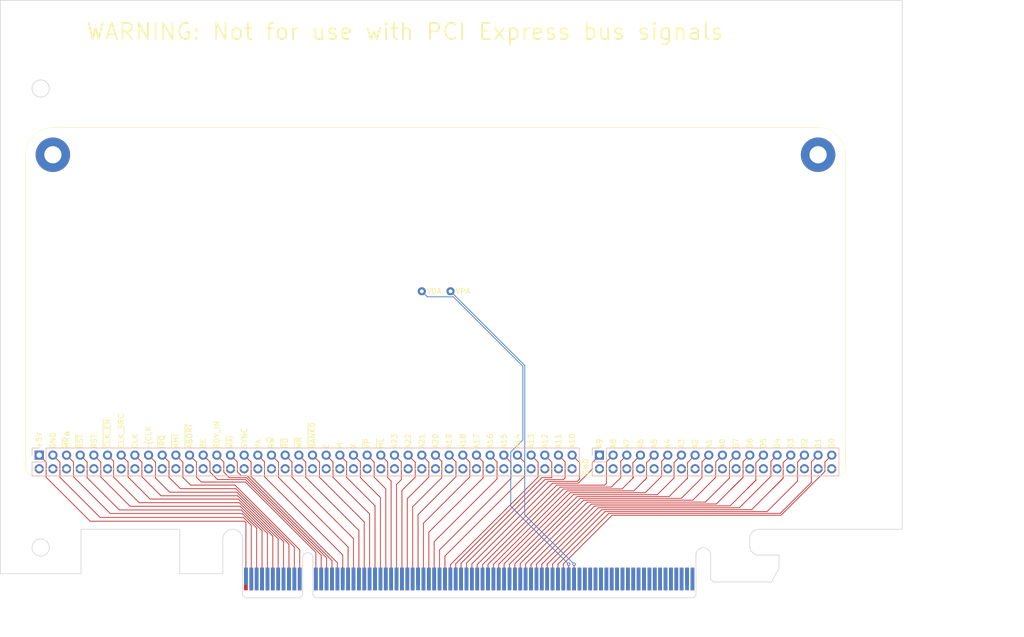
<source format=kicad_pcb>
(kicad_pcb (version 20221018) (generator pcbnew)
  (layers (0 "F.Cu" signal) (1 "In1.Cu" power) (2 "In2.Cu" power) (31 "B.Cu" signal) (34 "B.Paste" user) (35 "F.Paste" user) (36 "B.SilkS" user "B.Silkscreen") (37 "F.SilkS" user "F.Silkscreen") (38 "B.Mask" user) (39 "F.Mask" user) (44 "Edge.Cuts" user))
  (net 0 "")
  (net 1 "GND")
  (net 2 "VCC")
  (net 3 "/~{MR}⎒")
  (net 4 "/~{RST}")
  (net 5 "/RST")
  (net 6 "/~{CLK_EN}")
  (net 7 "/CLK_SRC")
  (net 8 "/CLK")
  (net 9 "/~{CLK}")
  (net 10 "/~{IRQ}")
  (net 11 "/~{NMI}")
  (net 12 "/~{ABORT}")
  (net 13 "/BE")
  (net 14 "/RDY_IN")
  (net 15 "/~{WAI}")
  (net 16 "/SYNC")
  (net 17 "/VA")
  (net 18 "/R~{W}")
  (net 19 "/~{RD}")
  (net 20 "/~{WR}")
  (net 21 "/~{BANK0}")
  (net 22 "/E")
  (net 23 "/M")
  (net 24 "/X")
  (net 25 "/~{VP}")
  (net 26 "/~{ML}")
  (net 28 "/A23")
  (net 29 "/A22")
  (net 30 "/A21")
  (net 31 "/A20")
  (net 32 "/A19")
  (net 33 "/A18")
  (net 34 "/A17")
  (net 35 "/A16")
  (net 36 "/VDA")
  (net 37 "/VPA")
  (net 38 "/~{IOCS7}")
  (net 39 "/~{IOCS6}")
  (net 40 "/~{IOCS5}")
  (net 41 "/~{IOCS4}")
  (net 42 "/~{IOCS3}")
  (net 43 "/~{IOCS2}")
  (net 44 "/~{IOCS1}")
  (net 45 "/~{IOCS0}")
  (net 46 "/~{IRQ6}")
  (net 47 "/~{IRQ5}")
  (net 48 "/~{IRQ4}")
  (net 49 "/~{IRQ3}")
  (net 50 "/~{IRQ2}")
  (net 51 "/~{IRQ1}")
  (net 52 "/~{IRQ0}")
  (net 58 "/~{IRQ7}")
  (net 59 "/A15")
  (net 60 "/A14")
  (net 61 "/A13")
  (net 62 "/A12")
  (net 63 "/A11")
  (net 64 "/A10")
  (net 65 "/A9")
  (net 66 "/A8")
  (net 67 "/A7")
  (net 68 "/A6")
  (net 69 "/A5")
  (net 70 "/A4")
  (net 71 "/A3")
  (net 72 "/A2")
  (net 73 "/A1")
  (net 74 "/A0")
  (net 75 "Net-(J2A-GND-Pada1)")
  (net 77 "/D7")
  (net 78 "/D6")
  (net 79 "/D5")
  (net 80 "/D4")
  (net 81 "/D3")
  (net 82 "/D2")
  (net 83 "/D1")
  (net 84 "/D0")
  (footprint "BB816-MATX-PCIE:PCIexpress_x16_HW_FH" (layer "F.Cu") (at 102.6 153)
    (fp_text reference "J1" hide)
    (fp_text value "BB816_BreakoutA27_PCIex16")
    (fp_line (start -45.15 -111.15) (end -45.15 -4.5) (stroke (width 0.12)) (layer "Edge.Cuts"))
    (fp_line (start -45.15 -111.15) (end 122.5 -111.15) (stroke (width 0.12)) (layer "Edge.Cuts"))
    (fp_line (start -30.15 -12.75) (end -11.8 -12.75) (stroke (width 0.12)) (layer "Edge.Cuts"))
    (fp_line (start -30.15 -4.5) (end -45.15 -4.5) (stroke (width 0.12)) (layer "Edge.Cuts"))
    (fp_line (start -30.15 -4.5) (end -30.15 -12.75) (stroke (width 0.12)) (layer "Edge.Cuts"))
    (fp_line (start -11.8 -4.5) (end -11.8 -12.75) (stroke (width 0.12)) (layer "Edge.Cuts"))
    (fp_line (start -11.8 -4.5) (end -3.8 -4.5) (stroke (width 0.12)) (layer "Edge.Cuts"))
    (fp_line (start -3.8 -4.5) (end -3.8 -10.925) (stroke (width 0.12)) (layer "Edge.Cuts"))
    (fp_line (start -0.15 -0.5) (end -0.15 -10.925) (stroke (width 0.12)) (layer "Edge.Cuts"))
    (fp_line (start -0.15 -0.5) (end 0.35 0) (stroke (width 0.12)) (layer "Edge.Cuts"))
    (fp_line (start 0.35 0) (end 10.55 0) (stroke (width 0.12)) (layer "Edge.Cuts"))
    (fp_line (start 11.05 -7.45) (end 11.05 -0.5) (stroke (width 0.12)) (layer "Edge.Cuts"))
    (fp_line (start 11.05 -0.5) (end 10.55 0) (stroke (width 0.12)) (layer "Edge.Cuts"))
    (fp_line (start 12.95 -7.45) (end 12.95 -0.5) (stroke (width 0.12)) (layer "Edge.Cuts"))
    (fp_line (start 12.95 -0.5) (end 13.45 0) (stroke (width 0.12)) (layer "Edge.Cuts"))
    (fp_line (start 13.45 0) (end 83.65 0) (stroke (width 0.12)) (layer "Edge.Cuts"))
    (fp_line (start 84.15 -0.5) (end 83.65 0) (stroke (width 0.12)) (layer "Edge.Cuts"))
    (fp_line (start 84.15 -0.5) (end 84.15 -7.95) (stroke (width 0.12)) (layer "Edge.Cuts"))
    (fp_line (start 86.9 -3.45) (end 86.9 -7.95) (stroke (width 0.12)) (layer "Edge.Cuts"))
    (fp_line (start 86.9 -3.45) (end 87.4 -2.95) (stroke (width 0.12)) (layer "Edge.Cuts"))
    (fp_line (start 87.4 -2.95) (end 98.2 -2.95) (stroke (width 0.12)) (layer "Edge.Cuts"))
    (fp_line (start 94.15 -11) (end 94.15 -9.7) (stroke (width 0.12)) (layer "Edge.Cuts"))
    (fp_line (start 95.8973 -12.75) (end 122.5 -12.75) (stroke (width 0.12)) (layer "Edge.Cuts"))
    (fp_line (start 95.9 -7.95) (end 99.6 -7.95) (stroke (width 0.12)) (layer "Edge.Cuts"))
    (fp_line (start 98.2 -2.95) (end 99.6 -5.5) (stroke (width 0.12)) (layer "Edge.Cuts"))
    (fp_line (start 99.6 -5.5) (end 99.6 -7.95) (stroke (width 0.12)) (layer "Edge.Cuts"))
    (fp_line (start 122.5 -111.15) (end 122.5 -12.75) (stroke (width 0.12)) (layer "Edge.Cuts"))
    (fp_arc (start -3.8 -10.925) (mid -1.975 -12.75) (end -0.15 -10.925) (stroke (width 0.12)) (layer "Edge.Cuts"))
    (fp_arc (start 11.05 -7.45) (mid 12 -8.4) (end 12.95 -7.45) (stroke (width 0.12)) (layer "Edge.Cuts"))
    (fp_arc (start 84.15 -7.95) (mid 85.525 -9.325) (end 86.9 -7.95) (stroke (width 0.12)) (layer "Edge.Cuts"))
    (fp_arc (start 94.15 -11) (mid 94.662563 -12.237436) (end 95.9 -12.75) (stroke (width 0.12)) (layer "Edge.Cuts"))
    (fp_arc (start 95.9 -7.95) (mid 94.662564 -8.462563) (end 94.15 -9.7) (stroke (width 0.12)) (layer "Edge.Cuts"))
    (fp_circle (center -37.65 -94.75) (end -36.05 -94.75) (stroke (width 0.12)) (fill none) (layer "Edge.Cuts"))
    (fp_circle (center -37.65 -9.35) (end -36.05 -9.35) (stroke (width 0.12)) (fill none) (layer "Edge.Cuts"))
  )
  (footprint "BB816-MATX-PCIE:BB816_Breakout_A27_Socket" (layer "F.Cu") (at 64.68 129)
    (fp_text reference "J2" hide)
    (fp_text value "BB816_Breakout_A27")
  )
  (gr_text "WARNING: Not for use with PCI Express bus signals" (at 73.25 49.43) (layer "F.SilkS") (effects (font (size 3 3) (thickness 0.3) bold) (justify left bottom)))
  (segment (start 104.1 149.5) (end 104.1 139.515008) (width 0.146812) (layer "F.Cu") (net 1))
  (segment (start 68.53 127.77) (end 67.22 126.46) (width 0.146812) (layer "F.Cu") (net 1))
  (segment (start 104.1 139.515008) (end 102.634992 138.05) (width 0.146812) (layer "F.Cu") (net 1))
  (segment (start 102.634992 138.05) (end 76 138.05) (width 0.146812) (layer "F.Cu") (net 1))
  (segment (start 76 138.05) (end 68.53 130.58) (width 0.146812) (layer "F.Cu") (net 1))
  (segment (start 68.53 130.58) (end 68.53 127.77) (width 0.146812) (layer "F.Cu") (net 1))
  (segment (start 65.97 127.75) (end 65.97 130.58) (width 0.146812) (layer "F.Cu") (net 2))
  (segment (start 64.68 126.46) (end 65.97 127.75) (width 0.146812) (layer "F.Cu") (net 2))
  (segment (start 103.1 139.01) (end 103.1 149.5) (width 0.146812) (layer "F.Cu") (net 2))
  (segment (start 74.15 138.76) (end 102.85 138.76) (width 0.146812) (layer "F.Cu") (net 2))
  (segment (start 102.85 138.76) (end 103.1 139.01) (width 0.146812) (layer "F.Cu") (net 2))
  (segment (start 65.97 130.58) (end 74.15 138.76) (width 0.146812) (layer "F.Cu") (net 2))
  (segment (start 105.1 140.020016) (end 105.1 149.5) (width 0.146812) (layer "F.Cu") (net 3))
  (segment (start 71.06 127.76) (end 71.06 130.49) (width 0.146812) (layer "F.Cu") (net 3))
  (segment (start 77.88 137.31) (end 102.389984 137.31) (width 0.146812) (layer "F.Cu") (net 3))
  (segment (start 69.76 126.46) (end 71.06 127.76) (width 0.146812) (layer "F.Cu") (net 3))
  (segment (start 71.06 130.49) (end 77.88 137.31) (width 0.146812) (layer "F.Cu") (net 3))
  (segment (start 102.389984 137.31) (end 105.1 140.020016) (width 0.146812) (layer "F.Cu") (net 3))
  (segment (start 106.1 140.525024) (end 102.224976 136.65) (width 0.146812) (layer "F.Cu") (net 4))
  (segment (start 73.59 130.66) (end 73.59 127.75) (width 0.146812) (layer "F.Cu") (net 4))
  (segment (start 73.59 127.75) (end 72.3 126.46) (width 0.146812) (layer "F.Cu") (net 4))
  (segment (start 102.224976 136.65) (end 79.58 136.65) (width 0.146812) (layer "F.Cu") (net 4))
  (segment (start 79.58 136.65) (end 73.59 130.66) (width 0.146812) (layer "F.Cu") (net 4))
  (segment (start 106.1 149.5) (end 106.1 140.525024) (width 0.146812) (layer "F.Cu") (net 4))
  (segment (start 76.12 130.52) (end 81.58 135.98) (width 0.146812) (layer "F.Cu") (net 5))
  (segment (start 76.12 127.74) (end 76.12 130.52) (width 0.146812) (layer "F.Cu") (net 5))
  (segment (start 81.58 135.98) (end 102.049968 135.98) (width 0.146812) (layer "F.Cu") (net 5))
  (segment (start 102.049968 135.98) (end 107.1 141.030032) (width 0.146812) (layer "F.Cu") (net 5))
  (segment (start 107.1 141.030032) (end 107.1 149.5) (width 0.146812) (layer "F.Cu") (net 5))
  (segment (start 74.84 126.46) (end 76.12 127.74) (width 0.146812) (layer "F.Cu") (net 5))
  (segment (start 101.87496 135.31) (end 83.27 135.31) (width 0.146812) (layer "F.Cu") (net 6))
  (segment (start 108.1 141.53504) (end 101.87496 135.31) (width 0.146812) (layer "F.Cu") (net 6))
  (segment (start 108.1 149.5) (end 108.1 141.53504) (width 0.146812) (layer "F.Cu") (net 6))
  (segment (start 78.506606 127.586606) (end 77.38 126.46) (width 0.146812) (layer "F.Cu") (net 6))
  (segment (start 83.27 135.31) (end 78.506606 130.546606) (width 0.146812) (layer "F.Cu") (net 6))
  (segment (start 78.506606 130.546606) (end 78.506606 127.586606) (width 0.146812) (layer "F.Cu") (net 6))
  (segment (start 85.29 134.63) (end 101.689952 134.63) (width 0.146812) (layer "F.Cu") (net 7))
  (segment (start 101.689952 134.63) (end 109.1 142.040048) (width 0.146812) (layer "F.Cu") (net 7))
  (segment (start 81.21 127.75) (end 81.21 130.55) (width 0.146812) (layer "F.Cu") (net 7))
  (segment (start 109.1 142.040048) (end 109.1 149.5) (width 0.146812) (layer "F.Cu") (net 7))
  (segment (start 81.21 130.55) (end 85.29 134.63) (width 0.146812) (layer "F.Cu") (net 7))
  (segment (start 79.92 126.46) (end 81.21 127.75) (width 0.146812) (layer "F.Cu") (net 7))
  (segment (start 83.76 127.76) (end 82.46 126.46) (width 0.146812) (layer "F.Cu") (net 8))
  (segment (start 110.1 149.5) (end 110.1 142.545056) (width 0.146812) (layer "F.Cu") (net 8))
  (segment (start 101.574944 134.02) (end 87.31 134.02) (width 0.146812) (layer "F.Cu") (net 8))
  (segment (start 83.76 130.47) (end 83.76 127.76) (width 0.146812) (layer "F.Cu") (net 8))
  (segment (start 110.1 142.545056) (end 101.574944 134.02) (width 0.146812) (layer "F.Cu") (net 8))
  (segment (start 87.31 134.02) (end 83.76 130.47) (width 0.146812) (layer "F.Cu") (net 8))
  (segment (start 88.93 133.36) (end 101.409936 133.36) (width 0.146812) (layer "F.Cu") (net 9))
  (segment (start 85 126.46) (end 86.29 127.75) (width 0.146812) (layer "F.Cu") (net 9))
  (segment (start 86.29 127.75) (end 86.29 130.72) (width 0.146812) (layer "F.Cu") (net 9))
  (segment (start 86.29 130.72) (end 88.93 133.36) (width 0.146812) (layer "F.Cu") (net 9))
  (segment (start 111.1 143.050064) (end 111.1 149.5) (width 0.146812) (layer "F.Cu") (net 9))
  (segment (start 101.409936 133.36) (end 111.1 143.050064) (width 0.146812) (layer "F.Cu") (net 9))
  (segment (start 88.79 127.71) (end 87.54 126.46) (width 0.146812) (layer "F.Cu") (net 10))
  (segment (start 112.1 143.555072) (end 101.244928 132.7) (width 0.146812) (layer "F.Cu") (net 10))
  (segment (start 88.79 130.57) (end 88.79 127.71) (width 0.146812) (layer "F.Cu") (net 10))
  (segment (start 90.92 132.7) (end 88.79 130.57) (width 0.146812) (layer "F.Cu") (net 10))
  (segment (start 112.1 149.5) (end 112.1 143.555072) (width 0.146812) (layer "F.Cu") (net 10))
  (segment (start 101.244928 132.7) (end 90.92 132.7) (width 0.146812) (layer "F.Cu") (net 10))
  (segment (start 92.81 132.03) (end 101.06992 132.03) (width 0.146812) (layer "F.Cu") (net 11))
  (segment (start 101.06992 132.03) (end 113.1 144.06008) (width 0.146812) (layer "F.Cu") (net 11))
  (segment (start 113.1 144.06008) (end 113.1 149.5) (width 0.146812) (layer "F.Cu") (net 11))
  (segment (start 90.08 126.46) (end 91.38 127.76) (width 0.146812) (layer "F.Cu") (net 11))
  (segment (start 91.38 130.6) (end 92.81 132.03) (width 0.146812) (layer "F.Cu") (net 11))
  (segment (start 91.38 127.76) (end 91.38 130.6) (width 0.146812) (layer "F.Cu") (net 11))
  (segment (start 92.62 126.46) (end 93.91 127.75) (width 0.146812) (layer "F.Cu") (net 12))
  (segment (start 93.91 130.57) (end 94.8 131.46) (width 0.146812) (layer "F.Cu") (net 12))
  (segment (start 93.91 127.75) (end 93.91 130.57) (width 0.146812) (layer "F.Cu") (net 12))
  (segment (start 94.8 131.46) (end 103.000032 131.46) (width 0.146812) (layer "F.Cu") (net 12))
  (segment (start 116.1 144.559968) (end 116.1 149.5) (width 0.146812) (layer "F.Cu") (net 12))
  (segment (start 103.000032 131.46) (end 116.1 144.559968) (width 0.146812) (layer "F.Cu") (net 12))
  (segment (start 97.810024 130.990024) (end 103.025048 130.990024) (width 0.146812) (layer "F.Cu") (net 13))
  (segment (start 117.1 145.064976) (end 117.1 149.5) (width 0.146812) (layer "F.Cu") (net 13))
  (segment (start 96.42 129.6) (end 97.810024 130.990024) (width 0.146812) (layer "F.Cu") (net 13))
  (segment (start 95.16 126.46) (end 96.42 127.72) (width 0.146812) (layer "F.Cu") (net 13))
  (segment (start 96.42 127.72) (end 96.42 129.6) (width 0.146812) (layer "F.Cu") (net 13))
  (segment (start 103.025048 130.990024) (end 117.1 145.064976) (width 0.146812) (layer "F.Cu") (net 13))
  (segment (start 118.1 145.569984) (end 103.170028 130.640012) (width 0.146812) (layer "F.Cu") (net 14))
  (segment (start 98.99 127.75) (end 97.7 126.46) (width 0.146812) (layer "F.Cu") (net 14))
  (segment (start 100.020012 130.640012) (end 98.99 129.61) (width 0.146812) (layer "F.Cu") (net 14))
  (segment (start 103.170028 130.640012) (end 100.020012 130.640012) (width 0.146812) (layer "F.Cu") (net 14))
  (segment (start 98.99 129.61) (end 98.99 127.75) (width 0.146812) (layer "F.Cu") (net 14))
  (segment (start 118.1 149.5) (end 118.1 145.569984) (width 0.146812) (layer "F.Cu") (net 14))
  (segment (start 100.24 126.46) (end 101.5 127.72) (width 0.146812) (layer "F.Cu") (net 15))
  (segment (start 119.1 146.074992) (end 119.1 149.5) (width 0.146812) (layer "F.Cu") (net 15))
  (segment (start 102.23 130.29) (end 103.315008 130.29) (width 0.146812) (layer "F.Cu") (net 15))
  (segment (start 101.5 129.56) (end 102.23 130.29) (width 0.146812) (layer "F.Cu") (net 15))
  (segment (start 101.5 127.72) (end 101.5 129.56) (width 0.146812) (layer "F.Cu") (net 15))
  (segment (start 103.315008 130.29) (end 119.1 146.074992) (width 0.146812) (layer "F.Cu") (net 15))
  (segment (start 120.1 149.5) (end 120.1 146.48) (width 0.146812) (layer "F.Cu") (net 16))
  (segment (start 120.1 146.48) (end 104.07 130.45) (width 0.146812) (layer "F.Cu") (net 16))
  (segment (start 104.07 127.75) (end 102.78 126.46) (width 0.146812) (layer "F.Cu") (net 16))
  (segment (start 104.07 130.45) (end 104.07 127.75) (width 0.146812) (layer "F.Cu") (net 16))
  (segment (start 105.32 126.46) (end 106.55 127.69) (width 0.146812) (layer "F.Cu") (net 17))
  (segment (start 106.55 130.48) (end 121.1 145.03) (width 0.146812) (layer "F.Cu") (net 17))
  (segment (start 106.55 127.69) (end 106.55 130.48) (width 0.146812) (layer "F.Cu") (net 17))
  (segment (start 121.1 145.03) (end 121.1 149) (width 0.146812) (layer "F.Cu") (net 17))
  (segment (start 109.15 127.75) (end 109.15 130.61) (width 0.146812) (layer "F.Cu") (net 18))
  (segment (start 109.15 130.61) (end 122.1 143.56) (width 0.146812) (layer "F.Cu") (net 18))
  (segment (start 122.1 143.56) (end 122.1 149.5) (width 0.146812) (layer "F.Cu") (net 18))
  (segment (start 107.86 126.46) (end 109.15 127.75) (width 0.146812) (layer "F.Cu") (net 18))
  (segment (start 111.66 130.55) (end 123.1 141.99) (width 0.146812) (layer "F.Cu") (net 19))
  (segment (start 111.66 127.72) (end 111.66 130.55) (width 0.146812) (layer "F.Cu") (net 19))
  (segment (start 110.4 126.46) (end 111.66 127.72) (width 0.146812) (layer "F.Cu") (net 19))
  (segment (start 123.1 141.99) (end 123.1 149.5) (width 0.146812) (layer "F.Cu") (net 19))
  (segment (start 124.1 140.47) (end 114.22 130.59) (width 0.146812) (layer "F.Cu") (net 20))
  (segment (start 114.22 130.59) (end 114.22 127.74) (width 0.146812) (layer "F.Cu") (net 20))
  (segment (start 124.1 149.5) (end 124.1 140.47) (width 0.146812) (layer "F.Cu") (net 20))
  (segment (start 114.22 127.74) (end 112.94 126.46) (width 0.146812) (layer "F.Cu") (net 20))
  (segment (start 125.1 138.89) (end 125.1 149.5) (width 0.146812) (layer "F.Cu") (net 21))
  (segment (start 116.78 130.57) (end 125.1 138.89) (width 0.146812) (layer "F.Cu") (net 21))
  (segment (start 115.48 126.46) (end 116.78 127.76) (width 0.146812) (layer "F.Cu") (net 21))
  (segment (start 116.78 127.76) (end 116.78 130.57) (width 0.146812) (layer "F.Cu") (net 21))
  (segment (start 126.1 137.4) (end 119.3 130.6) (width 0.146812) (layer "F.Cu") (net 22))
  (segment (start 119.3 127.74) (end 118.02 126.46) (width 0.146812) (layer "F.Cu") (net 22))
  (segment (start 126.1 149.5) (end 126.1 137.4) (width 0.146812) (layer "F.Cu") (net 22))
  (segment (start 119.3 130.6) (end 119.3 127.74) (width 0.146812) (layer "F.Cu") (net 22))
  (segment (start 121.82 127.72) (end 121.82 130.6) (width 0.146812) (layer "F.Cu") (net 23))
  (segment (start 127.1 135.88) (end 127.1 149.5) (width 0.146812) (layer "F.Cu") (net 23))
  (segment (start 120.56 126.46) (end 121.82 127.72) (width 0.146812) (layer "F.Cu") (net 23))
  (segment (start 121.82 130.6) (end 127.1 135.88) (width 0.146812) (layer "F.Cu") (net 23))
  (segment (start 123.1 126.46) (end 124.37 127.73) (width 0.146812) (layer "F.Cu") (net 24))
  (segment (start 124.37 127.73) (end 124.37 130.62) (width 0.146812) (layer "F.Cu") (net 24))
  (segment (start 124.37 130.62) (end 128.1 134.35) (width 0.146812) (layer "F.Cu") (net 24))
  (segment (start 128.1 134.35) (end 128.1 149.5) (width 0.146812) (layer "F.Cu") (net 24))
  (segment (start 126.95 127.77) (end 126.95 130.58) (width 0.146812) (layer "F.Cu") (net 25))
  (segment (start 126.95 130.58) (end 129.1 132.73) (width 0.146812) (layer "F.Cu") (net 25))
  (segment (start 125.64 126.46) (end 126.95 127.77) (width 0.146812) (layer "F.Cu") (net 25))
  (segment (start 129.1 132.73) (end 129.1 149.5) (width 0.146812) (layer "F.Cu") (net 25))
  (segment (start 129.46 127.74) (end 129.46 130.64) (width 0.146812) (layer "F.Cu") (net 26))
  (segment (start 128.18 126.46) (end 129.46 127.74) (width 0.146812) (layer "F.Cu") (net 26))
  (segment (start 129.46 130.64) (end 130.1 131.28) (width 0.146812) (layer "F.Cu") (net 26))
  (segment (start 130.1 131.28) (end 130.1 149.5) (width 0.146812) (layer "F.Cu") (net 26))
  (segment (start 131.99 131.03) (end 131.99 127.73) (width 0.146812) (layer "F.Cu") (net 28))
  (segment (start 131.99 127.73) (end 130.72 126.46) (width 0.146812) (layer "F.Cu") (net 28))
  (segment (start 131.1 149.5) (end 131.1 131.92) (width 0.146812) (layer "F.Cu") (net 28))
  (segment (start 131.1 131.92) (end 131.99 131.03) (width 0.146812) (layer "F.Cu") (net 28))
  (segment (start 132.1 149.5) (end 132.1 133.03) (width 0.146812) (layer "F.Cu") (net 29))
  (segment (start 134.58 127.78) (end 133.26 126.46) (width 0.146812) (layer "F.Cu") (net 29))
  (segment (start 134.58 130.55) (end 134.58 127.78) (width 0.146812) (layer "F.Cu") (net 29))
  (segment (start 132.1 133.03) (end 134.58 130.55) (width 0.146812) (layer "F.Cu") (net 29))
  (segment (start 137.1 127.76) (end 135.8 126.46) (width 0.146812) (layer "F.Cu") (net 30))
  (segment (start 133.1 134.56) (end 137.1 130.56) (width 0.146812) (layer "F.Cu") (net 30))
  (segment (start 133.1 149.5) (end 133.1 134.56) (width 0.146812) (layer "F.Cu") (net 30))
  (segment (start 137.1 130.56) (end 137.1 127.76) (width 0.146812) (layer "F.Cu") (net 30))
  (segment (start 139.508956 127.628956) (end 138.34 126.46) (width 0.146812) (layer "F.Cu") (net 31))
  (segment (start 134.1 149.5) (end 134.1 136.07) (width 0.146812) (layer "F.Cu") (net 31))
  (segment (start 134.1 136.07) (end 139.508956 130.661044) (width 0.146812) (layer "F.Cu") (net 31))
  (segment (start 139.508956 130.661044) (end 139.508956 127.628956) (width 0.146812) (layer "F.Cu") (net 31))
  (segment (start 142.15 130.47) (end 135.1 137.52) (width 0.146812) (layer "F.Cu") (net 32))
  (segment (start 135.1 137.52) (end 135.1 149) (width 0.146812) (layer "F.Cu") (net 32))
  (segment (start 142.15 127.73) (end 142.15 130.47) (width 0.146812) (layer "F.Cu") (net 32))
  (segment (start 140.88 126.46) (end 142.15 127.73) (width 0.146812) (layer "F.Cu") (net 32))
  (segment (start 143.42 126.46) (end 144.72 127.76) (width 0.146812) (layer "F.Cu") (net 33))
  (segment (start 144.72 127.76) (end 144.72 130.51) (width 0.146812) (layer "F.Cu") (net 33))
  (segment (start 144.72 130.51) (end 136.1 139.13) (width 0.146812) (layer "F.Cu") (net 33))
  (segment (start 136.1 139.13) (end 136.1 149.5) (width 0.146812) (layer "F.Cu") (net 33))
  (segment (start 147.19 127.69) (end 147.19 130.7) (width 0.146812) (layer "F.Cu") (net 34))
  (segment (start 147.19 130.7) (end 137.1 140.79) (width 0.146812) (layer "F.Cu") (net 34))
  (segment (start 145.96 126.46) (end 147.19 127.69) (width 0.146812) (layer "F.Cu") (net 34))
  (segment (start 137.1 140.79) (end 137.1 149.5) (width 0.146812) (layer "F.Cu") (net 34))
  (segment (start 149.78 130.88) (end 138.1 142.56) (width 0.146812) (layer "F.Cu") (net 35))
  (segment (start 138.1 142.56) (end 138.1 149.5) (width 0.146812) (layer "F.Cu") (net 35))
  (segment (start 149.78 127.74) (end 149.78 130.88) (width 0.146812) (layer "F.Cu") (net 35))
  (segment (start 148.5 126.46) (end 149.78 127.74) (width 0.146812) (layer "F.Cu") (net 35))
  (segment (start 163.09 146.74) (end 163.1 146.75) (width 0.146812) (layer "F.Cu") (net 36))
  (segment (start 163.1 146.75) (end 163.1 149.5) (width 0.146812) (layer "F.Cu") (net 36))
  (via micro (at 163.09 146.74) (size 0.6) (drill 0.3) (layers "F.Cu" "B.Cu") (net 36))
  (segment (start 152.33 125.88) (end 152.33 135.98) (width 0.146812) (layer "B.Cu") (net 36))
  (segment (start 152.33 135.98) (end 163.09 146.74) (width 0.146812) (layer "B.Cu") (net 36))
  (segment (start 154.579988 123.630012) (end 152.33 125.88) (width 0.146812) (layer "B.Cu") (net 36))
  (segment (start 154.579988 109.92098) (end 154.579988 123.630012) (width 0.146812) (layer "B.Cu") (net 36))
  (segment (start 136.826606 97.006606) (end 141.665614 97.006606) (width 0.146812) (layer "B.Cu") (net 36))
  (segment (start 141.665614 97.006606) (end 154.579988 109.92098) (width 0.146812) (layer "B.Cu") (net 36))
  (segment (start 135.8 95.98) (end 136.826606 97.006606) (width 0.146812) (layer "B.Cu") (net 36))
  (segment (start 164.1 146.76) (end 164.1 149.5) (width 0.146812) (layer "F.Cu") (net 37))
  (segment (start 164.11 146.75) (end 164.1 146.76) (width 0.146812) (layer "F.Cu") (net 37))
  (via micro (at 164.11 146.75) (size 0.6) (drill 0.3) (layers "F.Cu" "B.Cu") (net 37))
  (segment (start 154.93 109.776) (end 141.134 95.98) (width 0.146812) (layer "B.Cu") (net 37))
  (segment (start 164.11 146.75) (end 154.93 137.57) (width 0.146812) (layer "B.Cu") (net 37))
  (segment (start 154.93 137.57) (end 154.93 109.776) (width 0.146812) (layer "B.Cu") (net 37))
  (segment (start 152.36 127.78) (end 152.36 130.81) (width 0.146812) (layer "F.Cu") (net 59))
  (segment (start 152.36 130.81) (end 139.1 144.07) (width 0.146812) (layer "F.Cu") (net 59))
  (segment (start 139.1 144.07) (end 139.1 149.5) (width 0.146812) (layer "F.Cu") (net 59))
  (segment (start 151.04 126.46) (end 152.36 127.78) (width 0.146812) (layer "F.Cu") (net 59))
  (segment (start 153.58 126.46) (end 154.93 127.81) (width 0.146812) (layer "F.Cu") (net 60))
  (segment (start 154.93 127.81) (end 154.93 130.39) (width 0.146812) (layer "F.Cu") (net 60))
  (segment (start 154.93 130.39) (end 140.1 145.22) (width 0.146812) (layer "F.Cu") (net 60))
  (segment (start 140.1 145.22) (end 140.1 149.5) (width 0.146812) (layer "F.Cu") (net 60))
  (segment (start 156.12 126.46) (end 157.42 127.76) (width 0.146812) (layer "F.Cu") (net 61))
  (segment (start 157.42 127.76) (end 157.42 130.53) (width 0.146812) (layer "F.Cu") (net 61))
  (segment (start 157.42 130.53) (end 141.1 146.85) (width 0.146812) (layer "F.Cu") (net 61))
  (segment (start 141.1 146.85) (end 141.1 149.5) (width 0.146812) (layer "F.Cu") (net 61))
  (segment (start 158.13 130.65) (end 142.1 146.68) (width 0.146812) (layer "F.Cu") (net 62))
  (segment (start 158.66 126.46) (end 159.95 127.75) (width 0.146812) (layer "F.Cu") (net 62))
  (segment (start 159.95 127.75) (end 159.95 130.65) (width 0.146812) (layer "F.Cu") (net 62))
  (segment (start 142.1 146.68) (end 142.1 149.5) (width 0.146812) (layer "F.Cu") (net 62))
  (segment (start 159.95 130.65) (end 158.13 130.65) (width 0.146812) (layer "F.Cu") (net 62))
  (segment (start 161.2 126.46) (end 162.44 127.7) (width 0.146812) (layer "F.Cu") (net 63))
  (segment (start 162.44 127.7) (end 162.44 130.693212) (width 0.146812) (layer "F.Cu") (net 63))
  (segment (start 162.44 130.693212) (end 162.326606 130.806606) (width 0.146812) (layer "F.Cu") (net 63))
  (segment (start 162.1332 131.000012) (end 158.689988 131.000012) (width 0.146812) (layer "F.Cu") (net 63))
  (segment (start 162.44 130.693212) (end 162.1332 131.000012) (width 0.146812) (layer "F.Cu") (net 63))
  (segment (start 143.1 146.59) (end 143.1 149.5) (width 0.146812) (layer "F.Cu") (net 63))
  (segment (start 158.689988 131.000012) (end 143.1 146.59) (width 0.146812) (layer "F.Cu") (net 63))
  (segment (start 165.12 127.84) (end 163.74 126.46) (width 0.146812) (layer "F.Cu") (net 64))
  (segment (start 144.1 149.5) (end 144.1 146.55) (width 0.146812) (layer "F.Cu") (net 64))
  (segment (start 165.12 130.93) (end 165.12 127.84) (width 0.146812) (layer "F.Cu") (net 64))
  (segment (start 159.3 131.35) (end 164.7 131.35) (width 0.146812) (layer "F.Cu") (net 64))
  (segment (start 164.7 131.35) (end 165.12 130.93) (width 0.146812) (layer "F.Cu") (net 64))
  (segment (start 144.1 146.55) (end 159.3 131.35) (width 0.146812) (layer "F.Cu") (net 64))
  (segment (start 167.48 129.064992) (end 164.84498 131.700012) (width 0.146812) (layer "F.Cu") (net 65))
  (segment (start 160.099988 131.700012) (end 145.1 146.7) (width 0.146812) (layer "F.Cu") (net 65))
  (segment (start 168.853671 126.493671) (end 168.853671 126.496329) (width 0.146812) (layer "F.Cu") (net 65))
  (segment (start 164.84498 131.700012) (end 160.099988 131.700012) (width 0.146812) (layer "F.Cu") (net 65))
  (segment (start 167.48 127.87) (end 167.48 129.064992) (width 0.146812) (layer "F.Cu") (net 65))
  (segment (start 168.853671 126.496329) (end 167.48 127.87) (width 0.146812) (layer "F.Cu") (net 65))
  (segment (start 145.1 146.7) (end 145.1 149.5) (width 0.146812) (layer "F.Cu") (net 65))
  (segment (start 170.12 131.72) (end 169.789976 132.050024) (width 0.146812) (layer "F.Cu") (net 66))
  (segment (start 169.789976 132.050024) (end 160.859976 132.050024) (width 0.146812) (layer "F.Cu") (net 66))
  (segment (start 160.859976 132.050024) (end 146.1 146.81) (width 0.146812) (layer "F.Cu") (net 66))
  (segment (start 171.36 126.46) (end 170.12 127.7) (width 0.146812) (layer "F.Cu") (net 66))
  (segment (start 170.12 127.7) (end 170.12 131.72) (width 0.146812) (layer "F.Cu") (net 66))
  (segment (start 146.1 146.81) (end 146.1 149.5) (width 0.146812) (layer "F.Cu") (net 66))
  (segment (start 161.519964 132.400036) (end 147.1 146.82) (width 0.146812) (layer "F.Cu") (net 67))
  (segment (start 172.773394 127.586606) (end 172.773394 130.661598) (width 0.146812) (layer "F.Cu") (net 67))
  (segment (start 172.773394 130.661598) (end 171.034956 132.400036) (width 0.146812) (layer "F.Cu") (net 67))
  (segment (start 173.9 126.46) (end 172.773394 127.586606) (width 0.146812) (layer "F.Cu") (net 67))
  (segment (start 171.034956 132.400036) (end 161.519964 132.400036) (width 0.146812) (layer "F.Cu") (net 67))
  (segment (start 147.1 146.82) (end 147.1 149.5) (width 0.146812) (layer "F.Cu") (net 67))
  (segment (start 173.025564 132.750048) (end 174.997806 130.777806) (width 0.146812) (layer "F.Cu") (net 68))
  (segment (start 148.1 146.77) (end 162.119952 132.750048) (width 0.146812) (layer "F.Cu") (net 68))
  (segment (start 175.026606 127.873394) (end 175.026606 130.749006) (width 0.146812) (layer "F.Cu") (net 68))
  (segment (start 162.119952 132.750048) (end 173.025564 132.750048) (width 0.146812) (layer "F.Cu") (net 68))
  (segment (start 148.1 149.5) (end 148.1 146.77) (width 0.146812) (layer "F.Cu") (net 68))
  (segment (start 174.997806 130.777806) (end 175.21 130.565612) (width 0.146812) (layer "F.Cu") (net 68))
  (segment (start 176.44 126.46) (end 175.026606 127.873394) (width 0.146812) (layer "F.Cu") (net 68))
  (segment (start 175.026606 130.749006) (end 174.997806 130.777806) (width 0.146812) (layer "F.Cu") (net 68))
  (segment (start 177.608956 130.706656) (end 177.112806 131.202806) (width 0.146812) (layer "F.Cu") (net 69))
  (segment (start 178.98 126.46) (end 177.566606 127.873394) (width 0.146812) (layer "F.Cu") (net 69))
  (segment (start 175.215552 133.10006) (end 162.80994 133.10006) (width 0.146812) (layer "F.Cu") (net 69))
  (segment (start 162.80994 133.10006) (end 149.1 146.81) (width 0.146812) (layer "F.Cu") (net 69))
  (segment (start 177.566606 127.873394) (end 177.566606 130.749006) (width 0.146812) (layer "F.Cu") (net 69))
  (segment (start 149.1 146.81) (end 149.1 149.5) (width 0.146812) (layer "F.Cu") (net 69))
  (segment (start 177.566606 130.749006) (end 177.112806 131.202806) (width 0.146812) (layer "F.Cu") (net 69))
  (segment (start 177.112806 131.202806) (end 175.215552 133.10006) (width 0.146812) (layer "F.Cu") (net 69))
  (segment (start 150.1 146.75) (end 163.399928 133.450072) (width 0.146812) (layer "F.Cu") (net 70))
  (segment (start 163.399928 133.450072) (end 177.325228 133.450072) (width 0.146812) (layer "F.Cu") (net 70))
  (segment (start 180.393394 127.586606) (end 181.52 126.46) (width 0.146812) (layer "F.Cu") (net 70))
  (segment (start 150.1 149.5) (end 150.1 146.75) (width 0.146812) (layer "F.Cu") (net 70))
  (segment (start 177.325228 133.450072) (end 180.393394 130.381906) (width 0.146812) (layer "F.Cu") (net 70))
  (segment (start 180.393394 130.381906) (end 180.393394 127.586606) (width 0.146812) (layer "F.Cu") (net 70))
  (segment (start 182.688956 130.706656) (end 179.595528 133.800084) (width 0.146812) (layer "F.Cu") (net 71))
  (segment (start 182.688956 127.831044) (end 182.688956 130.706656) (width 0.146812) (layer "F.Cu") (net 71))
  (segment (start 163.979916 133.800084) (end 151.1 146.68) (width 0.146812) (layer "F.Cu") (net 71))
  (segment (start 179.595528 133.800084) (end 163.979916 133.800084) (width 0.146812) (layer "F.Cu") (net 71))
  (segment (start 151.1 146.68) (end 151.1 149.5) (width 0.146812) (layer "F.Cu") (net 71))
  (segment (start 184.06 126.46) (end 182.688956 127.831044) (width 0.146812) (layer "F.Cu") (net 71))
  (segment (start 185.186606 130.749006) (end 185.032806 130.902806) (width 0.146812) (layer "F.Cu") (net 72))
  (segment (start 185.186606 127.873394) (end 185.186606 130.749006) (width 0.146812) (layer "F.Cu") (net 72))
  (segment (start 152.1 146.740084) (end 152.1 149) (width 0.146812) (layer "F.Cu") (net 72))
  (segment (start 185.032806 130.902806) (end 181.785516 134.150096) (width 0.146812) (layer "F.Cu") (net 72))
  (segment (start 164.689988 134.150096) (end 152.1 146.740084) (width 0.146812) (layer "F.Cu") (net 72))
  (segment (start 186.6 126.46) (end 185.186606 127.873394) (width 0.146812) (layer "F.Cu") (net 72))
  (segment (start 185.228956 130.706656) (end 185.032806 130.902806) (width 0.146812) (layer "F.Cu") (net 72))
  (segment (start 181.785516 134.150096) (end 164.689988 134.150096) (width 0.146812) (layer "F.Cu") (net 72))
  (segment (start 187.88 130.66) (end 184.039892 134.500108) (width 0.146812) (layer "F.Cu") (net 73))
  (segment (start 153.1 146.67) (end 153.1 149.5) (width 0.146812) (layer "F.Cu") (net 73))
  (segment (start 189.14 126.46) (end 187.88 127.72) (width 0.146812) (layer "F.Cu") (net 73))
  (segment (start 184.039892 134.500108) (end 165.269892 134.500108) (width 0.146812) (layer "F.Cu") (net 73))
  (segment (start 165.269892 134.500108) (end 153.1 146.67) (width 0.146812) (layer "F.Cu") (net 73))
  (segment (start 187.88 127.72) (end 187.88 130.66) (width 0.146812) (layer "F.Cu") (net 73))
  (segment (start 154.1 146.62) (end 154.1 149.5) (width 0.146812) (layer "F.Cu") (net 74))
  (segment (start 190.308956 130.706656) (end 190.157806 130.857806) (width 0.146812) (layer "F.Cu") (net 74))
  (segment (start 190.43 130.585612) (end 190.157806 130.857806) (width 0.146812) (layer "F.Cu") (net 74))
  (segment (start 190.43 127.71) (end 190.43 130.585612) (width 0.146812) (layer "F.Cu") (net 74))
  (segment (start 186.165492 134.85012) (end 165.86988 134.85012) (width 0.146812) (layer "F.Cu") (net 74))
  (segment (start 165.86988 134.85012) (end 154.1 146.62) (width 0.146812) (layer "F.Cu") (net 74))
  (segment (start 190.157806 130.857806) (end 186.165492 134.85012) (width 0.146812) (layer "F.Cu") (net 74))
  (segment (start 191.68 126.46) (end 190.43 127.71) (width 0.146812) (layer "F.Cu") (net 74))
  (segment (start 192.99 127.69) (end 192.99 130.72) (width 0.146812) (layer "F.Cu") (net 77))
  (segment (start 192.99 130.72) (end 188.509868 135.200132) (width 0.146812) (layer "F.Cu") (net 77))
  (segment (start 188.509868 135.200132) (end 166.569868 135.200132) (width 0.146812) (layer "F.Cu") (net 77))
  (segment (start 166.569868 135.200132) (end 155.1 146.67) (width 0.146812) (layer "F.Cu") (net 77))
  (segment (start 155.1 146.67) (end 155.1 149.5) (width 0.146812) (layer "F.Cu") (net 77))
  (segment (start 194.22 126.46) (end 192.99 127.69) (width 0.146812) (layer "F.Cu") (net 77))
  (segment (start 190.545468 135.550144) (end 167.309856 135.550144) (width 0.146812) (layer "F.Cu") (net 78))
  (segment (start 195.388956 130.706656) (end 193.277806 132.817806) (width 0.146812) (layer "F.Cu") (net 78))
  (segment (start 195.52 127.7) (end 195.52 130.575612) (width 0.146812) (layer "F.Cu") (net 78))
  (segment (start 167.309856 135.550144) (end 156.1 146.76) (width 0.146812) (layer "F.Cu") (net 78))
  (segment (start 195.52 130.575612) (end 193.277806 132.817806) (width 0.146812) (layer "F.Cu") (net 78))
  (segment (start 196.76 126.46) (end 195.52 127.7) (width 0.146812) (layer "F.Cu") (net 78))
  (segment (start 156.1 146.76) (end 156.1 149.5) (width 0.146812) (layer "F.Cu") (net 78))
  (segment (start 193.277806 132.817806) (end 190.545468 135.550144) (width 0.146812) (layer "F.Cu") (net 78))
  (segment (start 193.109844 135.900156) (end 167.949844 135.900156) (width 0.146812) (layer "F.Cu") (net 79))
  (segment (start 197.928956 131.081044) (end 193.109844 135.900156) (width 0.146812) (layer "F.Cu") (net 79))
  (segment (start 199.3 126.46) (end 197.886606 127.873394) (width 0.146812) (layer "F.Cu") (net 79))
  (segment (start 197.886606 131.123394) (end 196.38 132.63) (width 0.146812) (layer "F.Cu") (net 79))
  (segment (start 167.949844 135.900156) (end 157.1 146.75) (width 0.146812) (layer "F.Cu") (net 79))
  (segment (start 197.886606 127.873394) (end 197.886606 131.123394) (width 0.146812) (layer "F.Cu") (net 79))
  (segment (start 157.1 146.75) (end 157.1 149.5) (width 0.146812) (layer "F.Cu") (net 79))
  (segment (start 158.1 149.5) (end 158.1 146.76) (width 0.146812) (layer "F.Cu") (net 80))
  (segment (start 194.839832 136.250168) (end 200.69 130.4) (width 0.146812) (layer "F.Cu") (net 80))
  (segment (start 200.69 130.4) (end 200.69 127.61) (width 0.146812) (layer "F.Cu") (net 80))
  (segment (start 168.609832 136.250168) (end 194.839832 136.250168) (width 0.146812) (layer "F.Cu") (net 80))
  (segment (start 158.1 146.76) (end 168.609832 136.250168) (width 0.146812) (layer "F.Cu") (net 80))
  (segment (start 200.69 127.61) (end 201.84 126.46) (width 0.146812) (layer "F.Cu") (net 80))
  (segment (start 204.38 126.46) (end 202.966606 127.873394) (width 0.146812) (layer "F.Cu") (net 81))
  (segment (start 202.966606 130.749006) (end 201.022806 132.692806) (width 0.146812) (layer "F.Cu") (net 81))
  (segment (start 197.115432 136.60018) (end 169.248 136.60018) (width 0.146812) (layer "F.Cu") (net 81))
  (segment (start 169.248 136.60018) (end 159.1 146.74818) (width 0.146812) (layer "F.Cu") (net 81))
  (segment (start 201.022806 132.692806) (end 197.115432 136.60018) (width 0.146812) (layer "F.Cu") (net 81))
  (segment (start 159.1 146.74818) (end 159.1 149.5) (width 0.146812) (layer "F.Cu") (net 81))
  (segment (start 203.008956 130.706656) (end 201.022806 132.692806) (width 0.146812) (layer "F.Cu") (net 81))
  (segment (start 202.966606 127.873394) (end 202.966606 130.749006) (width 0.146812) (layer "F.Cu") (net 81))
  (segment (start 169.879808 136.950192) (end 160.1 146.73) (width 0.146812) (layer "F.Cu") (net 82))
  (segment (start 199.979808 136.950192) (end 169.879808 136.950192) (width 0.146812) (layer "F.Cu") (net 82))
  (segment (start 160.1 146.73) (end 160.1 149.5) (width 0.146812) (layer "F.Cu") (net 82))
  (segment (start 205.66 127.72) (end 205.66 131.27) (width 0.146812) (layer "F.Cu") (net 82))
  (segment (start 206.92 126.46) (end 205.66 127.72) (width 0.146812) (layer "F.Cu") (net 82))
  (segment (start 205.66 131.27) (end 199.979808 136.950192) (width 0.146812) (layer "F.Cu") (net 82))
  (segment (start 202.419796 137.300204) (end 170.547976 137.300204) (width 0.146812) (layer "F.Cu") (net 83))
  (segment (start 208.21 131.51) (end 202.419796 137.300204) (width 0.146812) (layer "F.Cu") (net 83))
  (segment (start 208.21 127.71) (end 208.21 131.51) (width 0.146812) (layer "F.Cu") (net 83))
  (segment (start 209.46 126.46) (end 208.21 127.71) (width 0.146812) (layer "F.Cu") (net 83))
  (segment (start 170.547976 137.300204) (end 161.1 146.74818) (width 0.146812) (layer "F.Cu") (net 83))
  (segment (start 161.1 146.74818) (end 161.1 149.5) (width 0.146812) (layer "F.Cu") (net 83))
  (segment (start 212 126.46) (end 210.73 127.73) (width 0.146812) (layer "F.Cu") (net 84))
  (segment (start 210.73 127.73) (end 210.73 129.484992) (width 0.146812) (layer "F.Cu") (net 84))
  (segment (start 171.159784 137.650216) (end 162.1 146.71) (width 0.146812) (layer "F.Cu") (net 84))
  (segment (start 202.564776 137.650216) (end 171.159784 137.650216) (width 0.146812) (layer "F.Cu") (net 84))
  (segment (start 210.73 129.484992) (end 202.564776 137.650216) (width 0.146812) (layer "F.Cu") (net 84))
  (segment (start 162.1 146.71) (end 162.1 149.5) (width 0.146812) (layer "F.Cu") (net 84))
)
</source>
